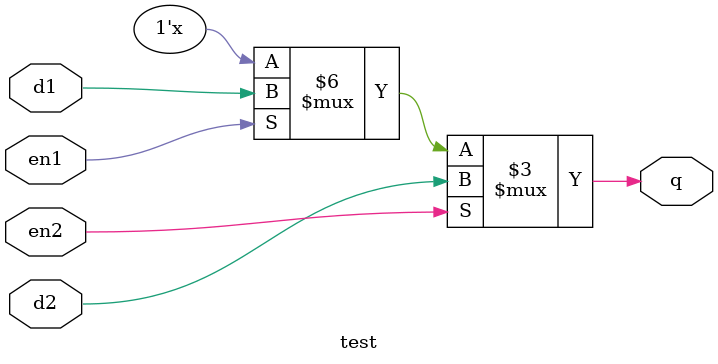
<source format=v>
module test(input d1, d2, en1,en2, output reg q);

always @(d1 or d2 or en1 or en2) begin
    if(en1)
	    q = d1;
    if(en2)
	    q = d2;
end		
endmodule		

</source>
